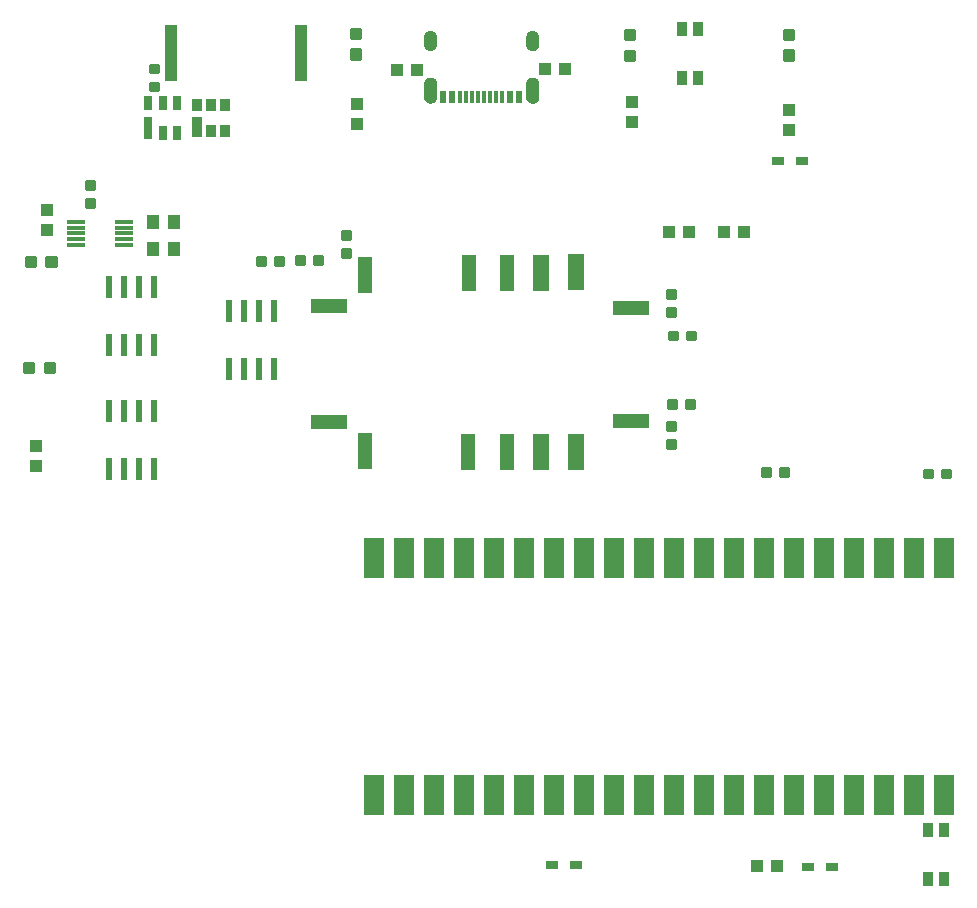
<source format=gtp>
G75*
%MOIN*%
%OFA0B0*%
%FSLAX25Y25*%
%IPPOS*%
%LPD*%
%AMOC8*
5,1,8,0,0,1.08239X$1,22.5*
%
%ADD10R,0.03937X0.04331*%
%ADD11R,0.06693X0.13780*%
%ADD12R,0.03543X0.04921*%
%ADD13R,0.05000X0.12000*%
%ADD14R,0.12000X0.05000*%
%ADD15R,0.05500X0.12000*%
%ADD16R,0.05600X0.12000*%
%ADD17C,0.00875*%
%ADD18R,0.01181X0.03937*%
%ADD19R,0.02362X0.03937*%
%ADD20C,0.00039*%
%ADD21R,0.02200X0.07800*%
%ADD22R,0.03937X0.03150*%
%ADD23C,0.01181*%
%ADD24R,0.02700X0.07700*%
%ADD25R,0.02700X0.04600*%
%ADD26R,0.03937X0.12992*%
%ADD27R,0.03189X0.06693*%
%ADD28R,0.03189X0.04134*%
%ADD29R,0.06000X0.01300*%
%ADD30R,0.04134X0.05118*%
D10*
X0049035Y0196881D03*
X0049035Y0203574D03*
X0052835Y0275581D03*
X0052835Y0282274D03*
X0156135Y0310881D03*
X0156135Y0317574D03*
X0169488Y0328928D03*
X0176181Y0328928D03*
X0218788Y0329128D03*
X0225481Y0329128D03*
X0247635Y0318174D03*
X0247635Y0311481D03*
X0260088Y0274828D03*
X0266781Y0274828D03*
X0278288Y0274828D03*
X0284981Y0274828D03*
X0300135Y0308781D03*
X0300135Y0315474D03*
X0296181Y0063628D03*
X0289488Y0063628D03*
D11*
X0161835Y0087358D03*
X0171835Y0087358D03*
X0181835Y0087358D03*
X0191835Y0087358D03*
X0201835Y0087358D03*
X0211835Y0087358D03*
X0221835Y0087358D03*
X0231835Y0087358D03*
X0241835Y0087358D03*
X0251835Y0087358D03*
X0261835Y0087358D03*
X0271835Y0087358D03*
X0281835Y0087358D03*
X0291835Y0087358D03*
X0301835Y0087358D03*
X0311835Y0087358D03*
X0321835Y0087358D03*
X0331835Y0087358D03*
X0341835Y0087358D03*
X0351835Y0087358D03*
X0351835Y0166098D03*
X0341835Y0166098D03*
X0331835Y0166098D03*
X0321835Y0166098D03*
X0311835Y0166098D03*
X0301835Y0166098D03*
X0291835Y0166098D03*
X0281835Y0166098D03*
X0271835Y0166098D03*
X0261835Y0166098D03*
X0251835Y0166098D03*
X0241835Y0166098D03*
X0231835Y0166098D03*
X0221835Y0166098D03*
X0211835Y0166098D03*
X0201835Y0166098D03*
X0191835Y0166098D03*
X0181835Y0166098D03*
X0171835Y0166098D03*
X0161835Y0166098D03*
D12*
X0264482Y0326155D03*
X0269797Y0326155D03*
X0269797Y0342494D03*
X0264443Y0342494D03*
X0346243Y0075594D03*
X0351597Y0075594D03*
X0351597Y0059255D03*
X0346282Y0059255D03*
D13*
X0206009Y0201432D03*
X0193189Y0201432D03*
X0158669Y0201932D03*
X0158788Y0260736D03*
X0193504Y0261169D03*
X0206004Y0261279D03*
D14*
X0247287Y0249432D03*
X0247268Y0211932D03*
X0146748Y0211736D03*
X0146768Y0250236D03*
D15*
X0217504Y0261389D03*
X0217528Y0201432D03*
X0229048Y0201432D03*
D16*
X0229004Y0261499D03*
D17*
X0259422Y0255441D02*
X0259422Y0252815D01*
X0259422Y0255441D02*
X0262048Y0255441D01*
X0262048Y0252815D01*
X0259422Y0252815D01*
X0259422Y0253689D02*
X0262048Y0253689D01*
X0262048Y0254563D02*
X0259422Y0254563D01*
X0259422Y0255437D02*
X0262048Y0255437D01*
X0259422Y0249441D02*
X0259422Y0246815D01*
X0259422Y0249441D02*
X0262048Y0249441D01*
X0262048Y0246815D01*
X0259422Y0246815D01*
X0259422Y0247689D02*
X0262048Y0247689D01*
X0262048Y0248563D02*
X0259422Y0248563D01*
X0259422Y0249437D02*
X0262048Y0249437D01*
X0262748Y0239115D02*
X0260122Y0239115D01*
X0260122Y0241741D01*
X0262748Y0241741D01*
X0262748Y0239115D01*
X0262748Y0239989D02*
X0260122Y0239989D01*
X0260122Y0240863D02*
X0262748Y0240863D01*
X0262748Y0241737D02*
X0260122Y0241737D01*
X0266122Y0239115D02*
X0268748Y0239115D01*
X0266122Y0239115D02*
X0266122Y0241741D01*
X0268748Y0241741D01*
X0268748Y0239115D01*
X0268748Y0239989D02*
X0266122Y0239989D01*
X0266122Y0240863D02*
X0268748Y0240863D01*
X0268748Y0241737D02*
X0266122Y0241737D01*
X0265622Y0218941D02*
X0268248Y0218941D01*
X0268248Y0216315D01*
X0265622Y0216315D01*
X0265622Y0218941D01*
X0265622Y0217189D02*
X0268248Y0217189D01*
X0268248Y0218063D02*
X0265622Y0218063D01*
X0265622Y0218937D02*
X0268248Y0218937D01*
X0262248Y0218941D02*
X0259622Y0218941D01*
X0262248Y0218941D02*
X0262248Y0216315D01*
X0259622Y0216315D01*
X0259622Y0218941D01*
X0259622Y0217189D02*
X0262248Y0217189D01*
X0262248Y0218063D02*
X0259622Y0218063D01*
X0259622Y0218937D02*
X0262248Y0218937D01*
X0259422Y0211541D02*
X0259422Y0208915D01*
X0259422Y0211541D02*
X0262048Y0211541D01*
X0262048Y0208915D01*
X0259422Y0208915D01*
X0259422Y0209789D02*
X0262048Y0209789D01*
X0262048Y0210663D02*
X0259422Y0210663D01*
X0259422Y0211537D02*
X0262048Y0211537D01*
X0259422Y0205541D02*
X0259422Y0202915D01*
X0259422Y0205541D02*
X0262048Y0205541D01*
X0262048Y0202915D01*
X0259422Y0202915D01*
X0259422Y0203789D02*
X0262048Y0203789D01*
X0262048Y0204663D02*
X0259422Y0204663D01*
X0259422Y0205537D02*
X0262048Y0205537D01*
X0291122Y0193515D02*
X0293748Y0193515D01*
X0291122Y0193515D02*
X0291122Y0196141D01*
X0293748Y0196141D01*
X0293748Y0193515D01*
X0293748Y0194389D02*
X0291122Y0194389D01*
X0291122Y0195263D02*
X0293748Y0195263D01*
X0293748Y0196137D02*
X0291122Y0196137D01*
X0297122Y0193515D02*
X0299748Y0193515D01*
X0297122Y0193515D02*
X0297122Y0196141D01*
X0299748Y0196141D01*
X0299748Y0193515D01*
X0299748Y0194389D02*
X0297122Y0194389D01*
X0297122Y0195263D02*
X0299748Y0195263D01*
X0299748Y0196137D02*
X0297122Y0196137D01*
X0345122Y0193115D02*
X0347748Y0193115D01*
X0345122Y0193115D02*
X0345122Y0195741D01*
X0347748Y0195741D01*
X0347748Y0193115D01*
X0347748Y0193989D02*
X0345122Y0193989D01*
X0345122Y0194863D02*
X0347748Y0194863D01*
X0347748Y0195737D02*
X0345122Y0195737D01*
X0351122Y0193115D02*
X0353748Y0193115D01*
X0351122Y0193115D02*
X0351122Y0195741D01*
X0353748Y0195741D01*
X0353748Y0193115D01*
X0353748Y0193989D02*
X0351122Y0193989D01*
X0351122Y0194863D02*
X0353748Y0194863D01*
X0353748Y0195737D02*
X0351122Y0195737D01*
X0151022Y0266715D02*
X0151022Y0269341D01*
X0153648Y0269341D01*
X0153648Y0266715D01*
X0151022Y0266715D01*
X0151022Y0267589D02*
X0153648Y0267589D01*
X0153648Y0268463D02*
X0151022Y0268463D01*
X0151022Y0269337D02*
X0153648Y0269337D01*
X0151022Y0272715D02*
X0151022Y0275341D01*
X0153648Y0275341D01*
X0153648Y0272715D01*
X0151022Y0272715D01*
X0151022Y0273589D02*
X0153648Y0273589D01*
X0153648Y0274463D02*
X0151022Y0274463D01*
X0151022Y0275337D02*
X0153648Y0275337D01*
X0144448Y0266841D02*
X0141822Y0266841D01*
X0144448Y0266841D02*
X0144448Y0264215D01*
X0141822Y0264215D01*
X0141822Y0266841D01*
X0141822Y0265089D02*
X0144448Y0265089D01*
X0144448Y0265963D02*
X0141822Y0265963D01*
X0141822Y0266837D02*
X0144448Y0266837D01*
X0138448Y0266841D02*
X0135822Y0266841D01*
X0138448Y0266841D02*
X0138448Y0264215D01*
X0135822Y0264215D01*
X0135822Y0266841D01*
X0135822Y0265089D02*
X0138448Y0265089D01*
X0138448Y0265963D02*
X0135822Y0265963D01*
X0135822Y0266837D02*
X0138448Y0266837D01*
X0131348Y0263915D02*
X0128722Y0263915D01*
X0128722Y0266541D01*
X0131348Y0266541D01*
X0131348Y0263915D01*
X0131348Y0264789D02*
X0128722Y0264789D01*
X0128722Y0265663D02*
X0131348Y0265663D01*
X0131348Y0266537D02*
X0128722Y0266537D01*
X0125348Y0263915D02*
X0122722Y0263915D01*
X0122722Y0266541D01*
X0125348Y0266541D01*
X0125348Y0263915D01*
X0125348Y0264789D02*
X0122722Y0264789D01*
X0122722Y0265663D02*
X0125348Y0265663D01*
X0125348Y0266537D02*
X0122722Y0266537D01*
X0065622Y0283315D02*
X0065622Y0285941D01*
X0068248Y0285941D01*
X0068248Y0283315D01*
X0065622Y0283315D01*
X0065622Y0284189D02*
X0068248Y0284189D01*
X0068248Y0285063D02*
X0065622Y0285063D01*
X0065622Y0285937D02*
X0068248Y0285937D01*
X0065622Y0289315D02*
X0065622Y0291941D01*
X0068248Y0291941D01*
X0068248Y0289315D01*
X0065622Y0289315D01*
X0065622Y0290189D02*
X0068248Y0290189D01*
X0068248Y0291063D02*
X0065622Y0291063D01*
X0065622Y0291937D02*
X0068248Y0291937D01*
X0087022Y0322115D02*
X0087022Y0324741D01*
X0089648Y0324741D01*
X0089648Y0322115D01*
X0087022Y0322115D01*
X0087022Y0322989D02*
X0089648Y0322989D01*
X0089648Y0323863D02*
X0087022Y0323863D01*
X0087022Y0324737D02*
X0089648Y0324737D01*
X0087022Y0328115D02*
X0087022Y0330741D01*
X0089648Y0330741D01*
X0089648Y0328115D01*
X0087022Y0328115D01*
X0087022Y0328989D02*
X0089648Y0328989D01*
X0089648Y0329863D02*
X0087022Y0329863D01*
X0087022Y0330737D02*
X0089648Y0330737D01*
D18*
X0190545Y0319966D03*
X0192513Y0319966D03*
X0194482Y0319966D03*
X0196450Y0319966D03*
X0198419Y0319966D03*
X0200387Y0319966D03*
X0202356Y0319966D03*
X0204325Y0319966D03*
D19*
X0207080Y0319966D03*
X0210132Y0319966D03*
X0187789Y0319966D03*
X0184738Y0319966D03*
D20*
X0182395Y0320084D02*
X0182395Y0324809D01*
X0182309Y0325181D01*
X0182142Y0325524D01*
X0181903Y0325821D01*
X0181604Y0326058D01*
X0181260Y0326223D01*
X0180887Y0326306D01*
X0180506Y0326305D01*
X0180085Y0326297D01*
X0179677Y0326196D01*
X0179301Y0326007D01*
X0178977Y0325739D01*
X0178720Y0325406D01*
X0178545Y0325024D01*
X0178458Y0324612D01*
X0178458Y0319887D01*
X0178529Y0319456D01*
X0178694Y0319052D01*
X0182137Y0319052D01*
X0182115Y0319014D02*
X0178720Y0319014D01*
X0178694Y0319052D02*
X0178945Y0318694D01*
X0179269Y0318401D01*
X0179650Y0318187D01*
X0180069Y0318064D01*
X0180506Y0318037D01*
X0180942Y0318104D01*
X0181352Y0318266D01*
X0181716Y0318516D01*
X0182015Y0318840D01*
X0182235Y0319222D01*
X0182364Y0319644D01*
X0182395Y0320084D01*
X0182395Y0320075D02*
X0178458Y0320075D01*
X0178458Y0320113D02*
X0182395Y0320113D01*
X0182395Y0320151D02*
X0178458Y0320151D01*
X0178458Y0320189D02*
X0182395Y0320189D01*
X0182395Y0320226D02*
X0178458Y0320226D01*
X0178458Y0320264D02*
X0182395Y0320264D01*
X0182395Y0320302D02*
X0178458Y0320302D01*
X0178458Y0320340D02*
X0182395Y0320340D01*
X0182395Y0320378D02*
X0178458Y0320378D01*
X0178458Y0320416D02*
X0182395Y0320416D01*
X0182395Y0320454D02*
X0178458Y0320454D01*
X0178458Y0320492D02*
X0182395Y0320492D01*
X0182395Y0320529D02*
X0178458Y0320529D01*
X0178458Y0320567D02*
X0182395Y0320567D01*
X0182395Y0320605D02*
X0178458Y0320605D01*
X0178458Y0320643D02*
X0182395Y0320643D01*
X0182395Y0320681D02*
X0178458Y0320681D01*
X0178458Y0320719D02*
X0182395Y0320719D01*
X0182395Y0320757D02*
X0178458Y0320757D01*
X0178458Y0320795D02*
X0182395Y0320795D01*
X0182395Y0320833D02*
X0178458Y0320833D01*
X0178458Y0320870D02*
X0182395Y0320870D01*
X0182395Y0320908D02*
X0178458Y0320908D01*
X0178458Y0320946D02*
X0182395Y0320946D01*
X0182395Y0320984D02*
X0178458Y0320984D01*
X0178458Y0321022D02*
X0182395Y0321022D01*
X0182395Y0321060D02*
X0178458Y0321060D01*
X0178458Y0321098D02*
X0182395Y0321098D01*
X0182395Y0321136D02*
X0178458Y0321136D01*
X0178458Y0321173D02*
X0182395Y0321173D01*
X0182395Y0321211D02*
X0178458Y0321211D01*
X0178458Y0321249D02*
X0182395Y0321249D01*
X0182395Y0321287D02*
X0178458Y0321287D01*
X0178458Y0321325D02*
X0182395Y0321325D01*
X0182395Y0321363D02*
X0178458Y0321363D01*
X0178458Y0321401D02*
X0182395Y0321401D01*
X0182395Y0321439D02*
X0178458Y0321439D01*
X0178458Y0321477D02*
X0182395Y0321477D01*
X0182395Y0321514D02*
X0178458Y0321514D01*
X0178458Y0321552D02*
X0182395Y0321552D01*
X0182395Y0321590D02*
X0178458Y0321590D01*
X0178458Y0321628D02*
X0182395Y0321628D01*
X0182395Y0321666D02*
X0178458Y0321666D01*
X0178458Y0321704D02*
X0182395Y0321704D01*
X0182395Y0321742D02*
X0178458Y0321742D01*
X0178458Y0321780D02*
X0182395Y0321780D01*
X0182395Y0321817D02*
X0178458Y0321817D01*
X0178458Y0321855D02*
X0182395Y0321855D01*
X0182395Y0321893D02*
X0178458Y0321893D01*
X0178458Y0321931D02*
X0182395Y0321931D01*
X0182395Y0321969D02*
X0178458Y0321969D01*
X0178458Y0322007D02*
X0182395Y0322007D01*
X0182395Y0322045D02*
X0178458Y0322045D01*
X0178458Y0322083D02*
X0182395Y0322083D01*
X0182395Y0322121D02*
X0178458Y0322121D01*
X0178458Y0322158D02*
X0182395Y0322158D01*
X0182395Y0322196D02*
X0178458Y0322196D01*
X0178458Y0322234D02*
X0182395Y0322234D01*
X0182395Y0322272D02*
X0178458Y0322272D01*
X0178458Y0322310D02*
X0182395Y0322310D01*
X0182395Y0322348D02*
X0178458Y0322348D01*
X0178458Y0322386D02*
X0182395Y0322386D01*
X0182395Y0322424D02*
X0178458Y0322424D01*
X0178458Y0322461D02*
X0182395Y0322461D01*
X0182395Y0322499D02*
X0178458Y0322499D01*
X0178458Y0322537D02*
X0182395Y0322537D01*
X0182395Y0322575D02*
X0178458Y0322575D01*
X0178458Y0322613D02*
X0182395Y0322613D01*
X0182395Y0322651D02*
X0178458Y0322651D01*
X0178458Y0322689D02*
X0182395Y0322689D01*
X0182395Y0322727D02*
X0178458Y0322727D01*
X0178458Y0322764D02*
X0182395Y0322764D01*
X0182395Y0322802D02*
X0178458Y0322802D01*
X0178458Y0322840D02*
X0182395Y0322840D01*
X0182395Y0322878D02*
X0178458Y0322878D01*
X0178458Y0322916D02*
X0182395Y0322916D01*
X0182395Y0322954D02*
X0178458Y0322954D01*
X0178458Y0322992D02*
X0182395Y0322992D01*
X0182395Y0323030D02*
X0178458Y0323030D01*
X0178458Y0323068D02*
X0182395Y0323068D01*
X0182395Y0323105D02*
X0178458Y0323105D01*
X0178458Y0323143D02*
X0182395Y0323143D01*
X0182395Y0323181D02*
X0178458Y0323181D01*
X0178458Y0323219D02*
X0182395Y0323219D01*
X0182395Y0323257D02*
X0178458Y0323257D01*
X0178458Y0323295D02*
X0182395Y0323295D01*
X0182395Y0323333D02*
X0178458Y0323333D01*
X0178458Y0323371D02*
X0182395Y0323371D01*
X0182395Y0323408D02*
X0178458Y0323408D01*
X0178458Y0323446D02*
X0182395Y0323446D01*
X0182395Y0323484D02*
X0178458Y0323484D01*
X0178458Y0323522D02*
X0182395Y0323522D01*
X0182395Y0323560D02*
X0178458Y0323560D01*
X0178458Y0323598D02*
X0182395Y0323598D01*
X0182395Y0323636D02*
X0178458Y0323636D01*
X0178458Y0323674D02*
X0182395Y0323674D01*
X0182395Y0323712D02*
X0178458Y0323712D01*
X0178458Y0323749D02*
X0182395Y0323749D01*
X0182395Y0323787D02*
X0178458Y0323787D01*
X0178458Y0323825D02*
X0182395Y0323825D01*
X0182395Y0323863D02*
X0178458Y0323863D01*
X0178458Y0323901D02*
X0182395Y0323901D01*
X0182395Y0323939D02*
X0178458Y0323939D01*
X0178458Y0323977D02*
X0182395Y0323977D01*
X0182395Y0324015D02*
X0178458Y0324015D01*
X0178458Y0324052D02*
X0182395Y0324052D01*
X0182395Y0324090D02*
X0178458Y0324090D01*
X0178458Y0324128D02*
X0182395Y0324128D01*
X0182395Y0324166D02*
X0178458Y0324166D01*
X0178458Y0324204D02*
X0182395Y0324204D01*
X0182395Y0324242D02*
X0178458Y0324242D01*
X0178458Y0324280D02*
X0182395Y0324280D01*
X0182395Y0324318D02*
X0178458Y0324318D01*
X0178458Y0324356D02*
X0182395Y0324356D01*
X0182395Y0324393D02*
X0178458Y0324393D01*
X0178458Y0324431D02*
X0182395Y0324431D01*
X0182395Y0324469D02*
X0178458Y0324469D01*
X0178458Y0324507D02*
X0182395Y0324507D01*
X0182395Y0324545D02*
X0178458Y0324545D01*
X0178458Y0324583D02*
X0182395Y0324583D01*
X0182395Y0324621D02*
X0178460Y0324621D01*
X0178468Y0324659D02*
X0182395Y0324659D01*
X0182395Y0324696D02*
X0178476Y0324696D01*
X0178484Y0324734D02*
X0182395Y0324734D01*
X0182395Y0324772D02*
X0178492Y0324772D01*
X0178500Y0324810D02*
X0182395Y0324810D01*
X0182386Y0324848D02*
X0178508Y0324848D01*
X0178516Y0324886D02*
X0182377Y0324886D01*
X0182369Y0324924D02*
X0178524Y0324924D01*
X0178532Y0324962D02*
X0182360Y0324962D01*
X0182351Y0324999D02*
X0178540Y0324999D01*
X0178551Y0325037D02*
X0182342Y0325037D01*
X0182334Y0325075D02*
X0178568Y0325075D01*
X0178586Y0325113D02*
X0182325Y0325113D01*
X0182316Y0325151D02*
X0178603Y0325151D01*
X0178621Y0325189D02*
X0182305Y0325189D01*
X0182287Y0325227D02*
X0178638Y0325227D01*
X0178656Y0325265D02*
X0182268Y0325265D01*
X0182250Y0325303D02*
X0178673Y0325303D01*
X0178690Y0325340D02*
X0182231Y0325340D01*
X0182213Y0325378D02*
X0178708Y0325378D01*
X0178728Y0325416D02*
X0182195Y0325416D01*
X0182176Y0325454D02*
X0178758Y0325454D01*
X0178787Y0325492D02*
X0182158Y0325492D01*
X0182137Y0325530D02*
X0178816Y0325530D01*
X0178845Y0325568D02*
X0182107Y0325568D01*
X0182077Y0325606D02*
X0178874Y0325606D01*
X0178903Y0325643D02*
X0182046Y0325643D01*
X0182016Y0325681D02*
X0178932Y0325681D01*
X0178961Y0325719D02*
X0181985Y0325719D01*
X0181955Y0325757D02*
X0178998Y0325757D01*
X0179044Y0325795D02*
X0181924Y0325795D01*
X0181889Y0325833D02*
X0179090Y0325833D01*
X0179136Y0325871D02*
X0181841Y0325871D01*
X0181793Y0325909D02*
X0179182Y0325909D01*
X0179228Y0325947D02*
X0181745Y0325947D01*
X0181697Y0325984D02*
X0179273Y0325984D01*
X0179331Y0326022D02*
X0181649Y0326022D01*
X0181600Y0326060D02*
X0179406Y0326060D01*
X0179481Y0326098D02*
X0181521Y0326098D01*
X0181441Y0326136D02*
X0179556Y0326136D01*
X0179632Y0326174D02*
X0181362Y0326174D01*
X0181282Y0326212D02*
X0179738Y0326212D01*
X0179892Y0326250D02*
X0181139Y0326250D01*
X0180971Y0326287D02*
X0180045Y0326287D01*
X0178458Y0320037D02*
X0182392Y0320037D01*
X0182389Y0319999D02*
X0178458Y0319999D01*
X0178458Y0319961D02*
X0182386Y0319961D01*
X0182384Y0319923D02*
X0178458Y0319923D01*
X0178459Y0319886D02*
X0182381Y0319886D01*
X0182378Y0319848D02*
X0178465Y0319848D01*
X0178471Y0319810D02*
X0182376Y0319810D01*
X0182373Y0319772D02*
X0178477Y0319772D01*
X0178484Y0319734D02*
X0182370Y0319734D01*
X0182367Y0319696D02*
X0178490Y0319696D01*
X0178496Y0319658D02*
X0182365Y0319658D01*
X0182356Y0319620D02*
X0178502Y0319620D01*
X0178508Y0319582D02*
X0182345Y0319582D01*
X0182333Y0319545D02*
X0178515Y0319545D01*
X0178521Y0319507D02*
X0182321Y0319507D01*
X0182310Y0319469D02*
X0178527Y0319469D01*
X0178539Y0319431D02*
X0182298Y0319431D01*
X0182287Y0319393D02*
X0178555Y0319393D01*
X0178570Y0319355D02*
X0182275Y0319355D01*
X0182264Y0319317D02*
X0178586Y0319317D01*
X0178601Y0319279D02*
X0182252Y0319279D01*
X0182240Y0319242D02*
X0178617Y0319242D01*
X0178632Y0319204D02*
X0182224Y0319204D01*
X0182202Y0319166D02*
X0178648Y0319166D01*
X0178663Y0319128D02*
X0182180Y0319128D01*
X0182159Y0319090D02*
X0178678Y0319090D01*
X0178747Y0318976D02*
X0182093Y0318976D01*
X0182072Y0318938D02*
X0178773Y0318938D01*
X0178800Y0318901D02*
X0182050Y0318901D01*
X0182028Y0318863D02*
X0178827Y0318863D01*
X0178853Y0318825D02*
X0182001Y0318825D01*
X0181966Y0318787D02*
X0178880Y0318787D01*
X0178906Y0318749D02*
X0181931Y0318749D01*
X0181896Y0318711D02*
X0178933Y0318711D01*
X0178968Y0318673D02*
X0181861Y0318673D01*
X0181826Y0318635D02*
X0179010Y0318635D01*
X0179052Y0318598D02*
X0181791Y0318598D01*
X0181756Y0318560D02*
X0179093Y0318560D01*
X0179135Y0318522D02*
X0181721Y0318522D01*
X0181669Y0318484D02*
X0179177Y0318484D01*
X0179219Y0318446D02*
X0181614Y0318446D01*
X0181559Y0318408D02*
X0179261Y0318408D01*
X0179324Y0318370D02*
X0181504Y0318370D01*
X0181448Y0318332D02*
X0179391Y0318332D01*
X0179459Y0318294D02*
X0181393Y0318294D01*
X0181328Y0318257D02*
X0179527Y0318257D01*
X0179594Y0318219D02*
X0181232Y0318219D01*
X0181136Y0318181D02*
X0179673Y0318181D01*
X0179801Y0318143D02*
X0181040Y0318143D01*
X0180944Y0318105D02*
X0179930Y0318105D01*
X0180059Y0318067D02*
X0180702Y0318067D01*
X0180506Y0335557D02*
X0180058Y0335598D01*
X0179631Y0335739D01*
X0179245Y0335970D01*
X0178921Y0336282D01*
X0178674Y0336658D01*
X0178517Y0337079D01*
X0178458Y0337525D01*
X0178458Y0339887D01*
X0182395Y0339887D01*
X0182395Y0339925D02*
X0178461Y0339925D01*
X0178458Y0339887D02*
X0178493Y0340314D01*
X0178622Y0340722D01*
X0178838Y0341091D01*
X0179131Y0341403D01*
X0179486Y0341641D01*
X0179885Y0341795D01*
X0180309Y0341856D01*
X0180742Y0341843D01*
X0181161Y0341733D01*
X0181546Y0341533D01*
X0181876Y0341253D01*
X0182136Y0340906D01*
X0182312Y0340510D01*
X0182395Y0340084D01*
X0182395Y0337722D01*
X0182375Y0337268D01*
X0182254Y0336829D01*
X0182039Y0336428D01*
X0181740Y0336085D01*
X0181372Y0335817D01*
X0180953Y0335638D01*
X0180506Y0335557D01*
X0180569Y0335568D02*
X0180380Y0335568D01*
X0180034Y0335606D02*
X0180778Y0335606D01*
X0180967Y0335644D02*
X0179918Y0335644D01*
X0179803Y0335682D02*
X0181056Y0335682D01*
X0181144Y0335720D02*
X0179687Y0335720D01*
X0179598Y0335758D02*
X0181233Y0335758D01*
X0181321Y0335796D02*
X0179535Y0335796D01*
X0179472Y0335834D02*
X0181394Y0335834D01*
X0181446Y0335871D02*
X0179409Y0335871D01*
X0179346Y0335909D02*
X0181498Y0335909D01*
X0181550Y0335947D02*
X0179284Y0335947D01*
X0179230Y0335985D02*
X0181602Y0335985D01*
X0181654Y0336023D02*
X0179190Y0336023D01*
X0179151Y0336061D02*
X0181706Y0336061D01*
X0181752Y0336099D02*
X0179112Y0336099D01*
X0179072Y0336137D02*
X0181785Y0336137D01*
X0181818Y0336175D02*
X0179033Y0336175D01*
X0178993Y0336212D02*
X0181851Y0336212D01*
X0181884Y0336250D02*
X0178954Y0336250D01*
X0178917Y0336288D02*
X0181917Y0336288D01*
X0181950Y0336326D02*
X0178892Y0336326D01*
X0178867Y0336364D02*
X0181983Y0336364D01*
X0182016Y0336402D02*
X0178842Y0336402D01*
X0178818Y0336440D02*
X0182045Y0336440D01*
X0182066Y0336478D02*
X0178793Y0336478D01*
X0178768Y0336515D02*
X0182086Y0336515D01*
X0182106Y0336553D02*
X0178743Y0336553D01*
X0178718Y0336591D02*
X0182127Y0336591D01*
X0182147Y0336629D02*
X0178693Y0336629D01*
X0178671Y0336667D02*
X0182167Y0336667D01*
X0182188Y0336705D02*
X0178657Y0336705D01*
X0178643Y0336743D02*
X0182208Y0336743D01*
X0182228Y0336781D02*
X0178629Y0336781D01*
X0178615Y0336818D02*
X0182249Y0336818D01*
X0182262Y0336856D02*
X0178600Y0336856D01*
X0178586Y0336894D02*
X0182272Y0336894D01*
X0182283Y0336932D02*
X0178572Y0336932D01*
X0178558Y0336970D02*
X0182293Y0336970D01*
X0182304Y0337008D02*
X0178544Y0337008D01*
X0178530Y0337046D02*
X0182314Y0337046D01*
X0182325Y0337084D02*
X0178517Y0337084D01*
X0178512Y0337122D02*
X0182335Y0337122D01*
X0182345Y0337159D02*
X0178507Y0337159D01*
X0178502Y0337197D02*
X0182356Y0337197D01*
X0182366Y0337235D02*
X0178497Y0337235D01*
X0178492Y0337273D02*
X0182375Y0337273D01*
X0182377Y0337311D02*
X0178487Y0337311D01*
X0178482Y0337349D02*
X0182379Y0337349D01*
X0182380Y0337387D02*
X0178477Y0337387D01*
X0178472Y0337425D02*
X0182382Y0337425D01*
X0182384Y0337462D02*
X0178467Y0337462D01*
X0178462Y0337500D02*
X0182386Y0337500D01*
X0182387Y0337538D02*
X0178458Y0337538D01*
X0178458Y0337576D02*
X0182389Y0337576D01*
X0182391Y0337614D02*
X0178458Y0337614D01*
X0178458Y0337652D02*
X0182392Y0337652D01*
X0182394Y0337690D02*
X0178458Y0337690D01*
X0178458Y0337728D02*
X0182395Y0337728D01*
X0182395Y0337766D02*
X0178458Y0337766D01*
X0178458Y0337803D02*
X0182395Y0337803D01*
X0182395Y0337841D02*
X0178458Y0337841D01*
X0178458Y0337879D02*
X0182395Y0337879D01*
X0182395Y0337917D02*
X0178458Y0337917D01*
X0178458Y0337955D02*
X0182395Y0337955D01*
X0182395Y0337993D02*
X0178458Y0337993D01*
X0178458Y0338031D02*
X0182395Y0338031D01*
X0182395Y0338069D02*
X0178458Y0338069D01*
X0178458Y0338106D02*
X0182395Y0338106D01*
X0182395Y0338144D02*
X0178458Y0338144D01*
X0178458Y0338182D02*
X0182395Y0338182D01*
X0182395Y0338220D02*
X0178458Y0338220D01*
X0178458Y0338258D02*
X0182395Y0338258D01*
X0182395Y0338296D02*
X0178458Y0338296D01*
X0178458Y0338334D02*
X0182395Y0338334D01*
X0182395Y0338372D02*
X0178458Y0338372D01*
X0178458Y0338410D02*
X0182395Y0338410D01*
X0182395Y0338447D02*
X0178458Y0338447D01*
X0178458Y0338485D02*
X0182395Y0338485D01*
X0182395Y0338523D02*
X0178458Y0338523D01*
X0178458Y0338561D02*
X0182395Y0338561D01*
X0182395Y0338599D02*
X0178458Y0338599D01*
X0178458Y0338637D02*
X0182395Y0338637D01*
X0182395Y0338675D02*
X0178458Y0338675D01*
X0178458Y0338713D02*
X0182395Y0338713D01*
X0182395Y0338750D02*
X0178458Y0338750D01*
X0178458Y0338788D02*
X0182395Y0338788D01*
X0182395Y0338826D02*
X0178458Y0338826D01*
X0178458Y0338864D02*
X0182395Y0338864D01*
X0182395Y0338902D02*
X0178458Y0338902D01*
X0178458Y0338940D02*
X0182395Y0338940D01*
X0182395Y0338978D02*
X0178458Y0338978D01*
X0178458Y0339016D02*
X0182395Y0339016D01*
X0182395Y0339053D02*
X0178458Y0339053D01*
X0178458Y0339091D02*
X0182395Y0339091D01*
X0182395Y0339129D02*
X0178458Y0339129D01*
X0178458Y0339167D02*
X0182395Y0339167D01*
X0182395Y0339205D02*
X0178458Y0339205D01*
X0178458Y0339243D02*
X0182395Y0339243D01*
X0182395Y0339281D02*
X0178458Y0339281D01*
X0178458Y0339319D02*
X0182395Y0339319D01*
X0182395Y0339357D02*
X0178458Y0339357D01*
X0178458Y0339394D02*
X0182395Y0339394D01*
X0182395Y0339432D02*
X0178458Y0339432D01*
X0178458Y0339470D02*
X0182395Y0339470D01*
X0182395Y0339508D02*
X0178458Y0339508D01*
X0178458Y0339546D02*
X0182395Y0339546D01*
X0182395Y0339584D02*
X0178458Y0339584D01*
X0178458Y0339622D02*
X0182395Y0339622D01*
X0182395Y0339660D02*
X0178458Y0339660D01*
X0178458Y0339697D02*
X0182395Y0339697D01*
X0182395Y0339735D02*
X0178458Y0339735D01*
X0178458Y0339773D02*
X0182395Y0339773D01*
X0182395Y0339811D02*
X0178458Y0339811D01*
X0178458Y0339849D02*
X0182395Y0339849D01*
X0182395Y0339963D02*
X0178464Y0339963D01*
X0178468Y0340001D02*
X0182395Y0340001D01*
X0182395Y0340038D02*
X0178471Y0340038D01*
X0178474Y0340076D02*
X0182395Y0340076D01*
X0182390Y0340114D02*
X0178477Y0340114D01*
X0178480Y0340152D02*
X0182382Y0340152D01*
X0182375Y0340190D02*
X0178483Y0340190D01*
X0178486Y0340228D02*
X0182367Y0340228D01*
X0182360Y0340266D02*
X0178489Y0340266D01*
X0178492Y0340304D02*
X0182352Y0340304D01*
X0182345Y0340341D02*
X0178502Y0340341D01*
X0178514Y0340379D02*
X0182338Y0340379D01*
X0182330Y0340417D02*
X0178526Y0340417D01*
X0178538Y0340455D02*
X0182323Y0340455D01*
X0182315Y0340493D02*
X0178550Y0340493D01*
X0178562Y0340531D02*
X0182303Y0340531D01*
X0182286Y0340569D02*
X0178574Y0340569D01*
X0178585Y0340607D02*
X0182269Y0340607D01*
X0182252Y0340645D02*
X0178597Y0340645D01*
X0178609Y0340682D02*
X0182235Y0340682D01*
X0182218Y0340720D02*
X0178621Y0340720D01*
X0178643Y0340758D02*
X0182202Y0340758D01*
X0182185Y0340796D02*
X0178665Y0340796D01*
X0178688Y0340834D02*
X0182168Y0340834D01*
X0182151Y0340872D02*
X0178710Y0340872D01*
X0178732Y0340910D02*
X0182133Y0340910D01*
X0182105Y0340948D02*
X0178754Y0340948D01*
X0178776Y0340985D02*
X0182076Y0340985D01*
X0182048Y0341023D02*
X0178799Y0341023D01*
X0178821Y0341061D02*
X0182020Y0341061D01*
X0181991Y0341099D02*
X0178846Y0341099D01*
X0178881Y0341137D02*
X0181963Y0341137D01*
X0181935Y0341175D02*
X0178917Y0341175D01*
X0178953Y0341213D02*
X0181906Y0341213D01*
X0181878Y0341251D02*
X0178988Y0341251D01*
X0179024Y0341288D02*
X0181834Y0341288D01*
X0181790Y0341326D02*
X0179059Y0341326D01*
X0179095Y0341364D02*
X0181745Y0341364D01*
X0181700Y0341402D02*
X0179131Y0341402D01*
X0179187Y0341440D02*
X0181656Y0341440D01*
X0181611Y0341478D02*
X0179243Y0341478D01*
X0179299Y0341516D02*
X0181567Y0341516D01*
X0181507Y0341554D02*
X0179356Y0341554D01*
X0179412Y0341592D02*
X0181434Y0341592D01*
X0181361Y0341629D02*
X0179469Y0341629D01*
X0179554Y0341667D02*
X0181288Y0341667D01*
X0181215Y0341705D02*
X0179652Y0341705D01*
X0179751Y0341743D02*
X0181124Y0341743D01*
X0180979Y0341781D02*
X0179849Y0341781D01*
X0180051Y0341819D02*
X0180833Y0341819D01*
X0212474Y0339887D02*
X0212474Y0337525D01*
X0212514Y0337095D01*
X0212648Y0336684D01*
X0212870Y0336314D01*
X0213170Y0336002D01*
X0213531Y0335765D01*
X0213936Y0335614D01*
X0214364Y0335557D01*
X0214812Y0335598D01*
X0215239Y0335739D01*
X0215624Y0335970D01*
X0215949Y0336282D01*
X0216195Y0336658D01*
X0216352Y0337079D01*
X0216411Y0337525D01*
X0216411Y0339887D01*
X0212474Y0339887D01*
X0212514Y0340318D01*
X0212648Y0340728D01*
X0212870Y0341099D01*
X0213170Y0341411D01*
X0213531Y0341648D01*
X0213936Y0341799D01*
X0214364Y0341856D01*
X0214812Y0341814D01*
X0215239Y0341674D01*
X0215624Y0341442D01*
X0215949Y0341131D01*
X0216195Y0340755D01*
X0216352Y0340333D01*
X0216411Y0339887D01*
X0216411Y0339849D02*
X0212474Y0339849D01*
X0212474Y0339811D02*
X0216411Y0339811D01*
X0216411Y0339773D02*
X0212474Y0339773D01*
X0212474Y0339735D02*
X0216411Y0339735D01*
X0216411Y0339697D02*
X0212474Y0339697D01*
X0212474Y0339660D02*
X0216411Y0339660D01*
X0216411Y0339622D02*
X0212474Y0339622D01*
X0212474Y0339584D02*
X0216411Y0339584D01*
X0216411Y0339546D02*
X0212474Y0339546D01*
X0212474Y0339508D02*
X0216411Y0339508D01*
X0216411Y0339470D02*
X0212474Y0339470D01*
X0212474Y0339432D02*
X0216411Y0339432D01*
X0216411Y0339394D02*
X0212474Y0339394D01*
X0212474Y0339357D02*
X0216411Y0339357D01*
X0216411Y0339319D02*
X0212474Y0339319D01*
X0212474Y0339281D02*
X0216411Y0339281D01*
X0216411Y0339243D02*
X0212474Y0339243D01*
X0212474Y0339205D02*
X0216411Y0339205D01*
X0216411Y0339167D02*
X0212474Y0339167D01*
X0212474Y0339129D02*
X0216411Y0339129D01*
X0216411Y0339091D02*
X0212474Y0339091D01*
X0212474Y0339053D02*
X0216411Y0339053D01*
X0216411Y0339016D02*
X0212474Y0339016D01*
X0212474Y0338978D02*
X0216411Y0338978D01*
X0216411Y0338940D02*
X0212474Y0338940D01*
X0212474Y0338902D02*
X0216411Y0338902D01*
X0216411Y0338864D02*
X0212474Y0338864D01*
X0212474Y0338826D02*
X0216411Y0338826D01*
X0216411Y0338788D02*
X0212474Y0338788D01*
X0212474Y0338750D02*
X0216411Y0338750D01*
X0216411Y0338713D02*
X0212474Y0338713D01*
X0212474Y0338675D02*
X0216411Y0338675D01*
X0216411Y0338637D02*
X0212474Y0338637D01*
X0212474Y0338599D02*
X0216411Y0338599D01*
X0216411Y0338561D02*
X0212474Y0338561D01*
X0212474Y0338523D02*
X0216411Y0338523D01*
X0216411Y0338485D02*
X0212474Y0338485D01*
X0212474Y0338447D02*
X0216411Y0338447D01*
X0216411Y0338410D02*
X0212474Y0338410D01*
X0212474Y0338372D02*
X0216411Y0338372D01*
X0216411Y0338334D02*
X0212474Y0338334D01*
X0212474Y0338296D02*
X0216411Y0338296D01*
X0216411Y0338258D02*
X0212474Y0338258D01*
X0212474Y0338220D02*
X0216411Y0338220D01*
X0216411Y0338182D02*
X0212474Y0338182D01*
X0212474Y0338144D02*
X0216411Y0338144D01*
X0216411Y0338106D02*
X0212474Y0338106D01*
X0212474Y0338069D02*
X0216411Y0338069D01*
X0216411Y0338031D02*
X0212474Y0338031D01*
X0212474Y0337993D02*
X0216411Y0337993D01*
X0216411Y0337955D02*
X0212474Y0337955D01*
X0212474Y0337917D02*
X0216411Y0337917D01*
X0216411Y0337879D02*
X0212474Y0337879D01*
X0212474Y0337841D02*
X0216411Y0337841D01*
X0216411Y0337803D02*
X0212474Y0337803D01*
X0212474Y0337766D02*
X0216411Y0337766D01*
X0216411Y0337728D02*
X0212474Y0337728D01*
X0212474Y0337690D02*
X0216411Y0337690D01*
X0216411Y0337652D02*
X0212474Y0337652D01*
X0212474Y0337614D02*
X0216411Y0337614D01*
X0216411Y0337576D02*
X0212474Y0337576D01*
X0212474Y0337538D02*
X0216411Y0337538D01*
X0216408Y0337500D02*
X0212476Y0337500D01*
X0212480Y0337462D02*
X0216403Y0337462D01*
X0216398Y0337425D02*
X0212483Y0337425D01*
X0212487Y0337387D02*
X0216393Y0337387D01*
X0216388Y0337349D02*
X0212490Y0337349D01*
X0212494Y0337311D02*
X0216383Y0337311D01*
X0216378Y0337273D02*
X0212497Y0337273D01*
X0212501Y0337235D02*
X0216373Y0337235D01*
X0216368Y0337197D02*
X0212504Y0337197D01*
X0212508Y0337159D02*
X0216363Y0337159D01*
X0216358Y0337122D02*
X0212511Y0337122D01*
X0212517Y0337084D02*
X0216353Y0337084D01*
X0216339Y0337046D02*
X0212530Y0337046D01*
X0212542Y0337008D02*
X0216325Y0337008D01*
X0216311Y0336970D02*
X0212555Y0336970D01*
X0212567Y0336932D02*
X0216297Y0336932D01*
X0216283Y0336894D02*
X0212579Y0336894D01*
X0212592Y0336856D02*
X0216269Y0336856D01*
X0216255Y0336818D02*
X0212604Y0336818D01*
X0212617Y0336781D02*
X0216241Y0336781D01*
X0216227Y0336743D02*
X0212629Y0336743D01*
X0212641Y0336705D02*
X0216213Y0336705D01*
X0216199Y0336667D02*
X0212659Y0336667D01*
X0212681Y0336629D02*
X0216176Y0336629D01*
X0216151Y0336591D02*
X0212704Y0336591D01*
X0212727Y0336553D02*
X0216127Y0336553D01*
X0216102Y0336515D02*
X0212749Y0336515D01*
X0212772Y0336478D02*
X0216077Y0336478D01*
X0216052Y0336440D02*
X0212795Y0336440D01*
X0212818Y0336402D02*
X0216027Y0336402D01*
X0216002Y0336364D02*
X0212840Y0336364D01*
X0212863Y0336326D02*
X0215977Y0336326D01*
X0215953Y0336288D02*
X0212895Y0336288D01*
X0212932Y0336250D02*
X0215916Y0336250D01*
X0215876Y0336212D02*
X0212968Y0336212D01*
X0213004Y0336175D02*
X0215837Y0336175D01*
X0215797Y0336137D02*
X0213041Y0336137D01*
X0213077Y0336099D02*
X0215758Y0336099D01*
X0215719Y0336061D02*
X0213113Y0336061D01*
X0213150Y0336023D02*
X0215679Y0336023D01*
X0215640Y0335985D02*
X0213196Y0335985D01*
X0213253Y0335947D02*
X0215586Y0335947D01*
X0215523Y0335909D02*
X0213311Y0335909D01*
X0213369Y0335871D02*
X0215460Y0335871D01*
X0215397Y0335834D02*
X0213426Y0335834D01*
X0213484Y0335796D02*
X0215334Y0335796D01*
X0215271Y0335758D02*
X0213550Y0335758D01*
X0213651Y0335720D02*
X0215182Y0335720D01*
X0215067Y0335682D02*
X0213753Y0335682D01*
X0213854Y0335644D02*
X0214951Y0335644D01*
X0214836Y0335606D02*
X0213993Y0335606D01*
X0214277Y0335568D02*
X0214489Y0335568D01*
X0216406Y0339925D02*
X0212478Y0339925D01*
X0212481Y0339963D02*
X0216401Y0339963D01*
X0216396Y0340001D02*
X0212485Y0340001D01*
X0212488Y0340038D02*
X0216391Y0340038D01*
X0216386Y0340076D02*
X0212491Y0340076D01*
X0212495Y0340114D02*
X0216381Y0340114D01*
X0216376Y0340152D02*
X0212498Y0340152D01*
X0212502Y0340190D02*
X0216371Y0340190D01*
X0216366Y0340228D02*
X0212505Y0340228D01*
X0212509Y0340266D02*
X0216361Y0340266D01*
X0216356Y0340304D02*
X0212512Y0340304D01*
X0212521Y0340341D02*
X0216349Y0340341D01*
X0216335Y0340379D02*
X0212534Y0340379D01*
X0212546Y0340417D02*
X0216321Y0340417D01*
X0216307Y0340455D02*
X0212559Y0340455D01*
X0212571Y0340493D02*
X0216293Y0340493D01*
X0216279Y0340531D02*
X0212583Y0340531D01*
X0212596Y0340569D02*
X0216264Y0340569D01*
X0216250Y0340607D02*
X0212608Y0340607D01*
X0212621Y0340645D02*
X0216236Y0340645D01*
X0216222Y0340682D02*
X0212633Y0340682D01*
X0212645Y0340720D02*
X0216208Y0340720D01*
X0216193Y0340758D02*
X0212666Y0340758D01*
X0212689Y0340796D02*
X0216168Y0340796D01*
X0216143Y0340834D02*
X0212711Y0340834D01*
X0212734Y0340872D02*
X0216118Y0340872D01*
X0216094Y0340910D02*
X0212757Y0340910D01*
X0212780Y0340948D02*
X0216069Y0340948D01*
X0216044Y0340985D02*
X0212802Y0340985D01*
X0212825Y0341023D02*
X0216019Y0341023D01*
X0215994Y0341061D02*
X0212848Y0341061D01*
X0212871Y0341099D02*
X0215969Y0341099D01*
X0215942Y0341137D02*
X0212907Y0341137D01*
X0212943Y0341175D02*
X0215903Y0341175D01*
X0215863Y0341213D02*
X0212980Y0341213D01*
X0213016Y0341251D02*
X0215824Y0341251D01*
X0215784Y0341288D02*
X0213052Y0341288D01*
X0213089Y0341326D02*
X0215745Y0341326D01*
X0215706Y0341364D02*
X0213125Y0341364D01*
X0213162Y0341402D02*
X0215666Y0341402D01*
X0215627Y0341440D02*
X0213214Y0341440D01*
X0213272Y0341478D02*
X0215565Y0341478D01*
X0215502Y0341516D02*
X0213330Y0341516D01*
X0213387Y0341554D02*
X0215439Y0341554D01*
X0215376Y0341592D02*
X0213445Y0341592D01*
X0213503Y0341629D02*
X0215313Y0341629D01*
X0215250Y0341667D02*
X0213583Y0341667D01*
X0213684Y0341705D02*
X0215145Y0341705D01*
X0215029Y0341743D02*
X0213786Y0341743D01*
X0213888Y0341781D02*
X0214914Y0341781D01*
X0214764Y0341819D02*
X0214085Y0341819D01*
X0214135Y0326301D02*
X0213721Y0326203D01*
X0213340Y0326015D01*
X0213009Y0325747D01*
X0212747Y0325412D01*
X0212565Y0325027D01*
X0212474Y0324612D01*
X0212474Y0319887D01*
X0212550Y0319452D01*
X0212720Y0319045D01*
X0212977Y0318686D01*
X0213308Y0318393D01*
X0213695Y0318181D01*
X0215251Y0318181D01*
X0215359Y0318219D02*
X0213626Y0318219D01*
X0213695Y0318181D02*
X0214120Y0318060D01*
X0214561Y0318037D01*
X0214972Y0318083D01*
X0215364Y0318220D01*
X0215714Y0318441D01*
X0216007Y0318734D01*
X0216228Y0319085D01*
X0216365Y0319476D01*
X0216411Y0319887D01*
X0216411Y0324612D01*
X0216349Y0325004D01*
X0216202Y0325373D01*
X0215976Y0325699D01*
X0215683Y0325967D01*
X0215337Y0326164D01*
X0214957Y0326278D01*
X0214561Y0326305D01*
X0214135Y0326301D01*
X0214077Y0326287D02*
X0214816Y0326287D01*
X0215051Y0326250D02*
X0213917Y0326250D01*
X0213758Y0326212D02*
X0215177Y0326212D01*
X0215303Y0326174D02*
X0213662Y0326174D01*
X0213585Y0326136D02*
X0215386Y0326136D01*
X0215452Y0326098D02*
X0213508Y0326098D01*
X0213431Y0326060D02*
X0215519Y0326060D01*
X0215586Y0326022D02*
X0213354Y0326022D01*
X0213302Y0325984D02*
X0215653Y0325984D01*
X0215705Y0325947D02*
X0213255Y0325947D01*
X0213208Y0325909D02*
X0215747Y0325909D01*
X0215788Y0325871D02*
X0213161Y0325871D01*
X0213115Y0325833D02*
X0215830Y0325833D01*
X0215871Y0325795D02*
X0213068Y0325795D01*
X0213021Y0325757D02*
X0215912Y0325757D01*
X0215954Y0325719D02*
X0212987Y0325719D01*
X0212958Y0325681D02*
X0215988Y0325681D01*
X0216014Y0325643D02*
X0212928Y0325643D01*
X0212898Y0325606D02*
X0216040Y0325606D01*
X0216067Y0325568D02*
X0212868Y0325568D01*
X0212839Y0325530D02*
X0216093Y0325530D01*
X0216119Y0325492D02*
X0212809Y0325492D01*
X0212779Y0325454D02*
X0216145Y0325454D01*
X0216171Y0325416D02*
X0212750Y0325416D01*
X0212731Y0325378D02*
X0216198Y0325378D01*
X0216214Y0325340D02*
X0212713Y0325340D01*
X0212695Y0325303D02*
X0216230Y0325303D01*
X0216245Y0325265D02*
X0212677Y0325265D01*
X0212659Y0325227D02*
X0216260Y0325227D01*
X0216275Y0325189D02*
X0212641Y0325189D01*
X0212624Y0325151D02*
X0216290Y0325151D01*
X0216306Y0325113D02*
X0212606Y0325113D01*
X0212588Y0325075D02*
X0216321Y0325075D01*
X0216336Y0325037D02*
X0212570Y0325037D01*
X0212559Y0324999D02*
X0216350Y0324999D01*
X0216356Y0324962D02*
X0212551Y0324962D01*
X0212543Y0324924D02*
X0216362Y0324924D01*
X0216368Y0324886D02*
X0212534Y0324886D01*
X0212526Y0324848D02*
X0216374Y0324848D01*
X0216380Y0324810D02*
X0212518Y0324810D01*
X0212509Y0324772D02*
X0216386Y0324772D01*
X0216392Y0324734D02*
X0212501Y0324734D01*
X0212493Y0324696D02*
X0216398Y0324696D01*
X0216404Y0324659D02*
X0212484Y0324659D01*
X0212476Y0324621D02*
X0216410Y0324621D01*
X0216411Y0324583D02*
X0212474Y0324583D01*
X0212474Y0324545D02*
X0216411Y0324545D01*
X0216411Y0324507D02*
X0212474Y0324507D01*
X0212474Y0324469D02*
X0216411Y0324469D01*
X0216411Y0324431D02*
X0212474Y0324431D01*
X0212474Y0324393D02*
X0216411Y0324393D01*
X0216411Y0324356D02*
X0212474Y0324356D01*
X0212474Y0324318D02*
X0216411Y0324318D01*
X0216411Y0324280D02*
X0212474Y0324280D01*
X0212474Y0324242D02*
X0216411Y0324242D01*
X0216411Y0324204D02*
X0212474Y0324204D01*
X0212474Y0324166D02*
X0216411Y0324166D01*
X0216411Y0324128D02*
X0212474Y0324128D01*
X0212474Y0324090D02*
X0216411Y0324090D01*
X0216411Y0324052D02*
X0212474Y0324052D01*
X0212474Y0324015D02*
X0216411Y0324015D01*
X0216411Y0323977D02*
X0212474Y0323977D01*
X0212474Y0323939D02*
X0216411Y0323939D01*
X0216411Y0323901D02*
X0212474Y0323901D01*
X0212474Y0323863D02*
X0216411Y0323863D01*
X0216411Y0323825D02*
X0212474Y0323825D01*
X0212474Y0323787D02*
X0216411Y0323787D01*
X0216411Y0323749D02*
X0212474Y0323749D01*
X0212474Y0323712D02*
X0216411Y0323712D01*
X0216411Y0323674D02*
X0212474Y0323674D01*
X0212474Y0323636D02*
X0216411Y0323636D01*
X0216411Y0323598D02*
X0212474Y0323598D01*
X0212474Y0323560D02*
X0216411Y0323560D01*
X0216411Y0323522D02*
X0212474Y0323522D01*
X0212474Y0323484D02*
X0216411Y0323484D01*
X0216411Y0323446D02*
X0212474Y0323446D01*
X0212474Y0323408D02*
X0216411Y0323408D01*
X0216411Y0323371D02*
X0212474Y0323371D01*
X0212474Y0323333D02*
X0216411Y0323333D01*
X0216411Y0323295D02*
X0212474Y0323295D01*
X0212474Y0323257D02*
X0216411Y0323257D01*
X0216411Y0323219D02*
X0212474Y0323219D01*
X0212474Y0323181D02*
X0216411Y0323181D01*
X0216411Y0323143D02*
X0212474Y0323143D01*
X0212474Y0323105D02*
X0216411Y0323105D01*
X0216411Y0323068D02*
X0212474Y0323068D01*
X0212474Y0323030D02*
X0216411Y0323030D01*
X0216411Y0322992D02*
X0212474Y0322992D01*
X0212474Y0322954D02*
X0216411Y0322954D01*
X0216411Y0322916D02*
X0212474Y0322916D01*
X0212474Y0322878D02*
X0216411Y0322878D01*
X0216411Y0322840D02*
X0212474Y0322840D01*
X0212474Y0322802D02*
X0216411Y0322802D01*
X0216411Y0322764D02*
X0212474Y0322764D01*
X0212474Y0322727D02*
X0216411Y0322727D01*
X0216411Y0322689D02*
X0212474Y0322689D01*
X0212474Y0322651D02*
X0216411Y0322651D01*
X0216411Y0322613D02*
X0212474Y0322613D01*
X0212474Y0322575D02*
X0216411Y0322575D01*
X0216411Y0322537D02*
X0212474Y0322537D01*
X0212474Y0322499D02*
X0216411Y0322499D01*
X0216411Y0322461D02*
X0212474Y0322461D01*
X0212474Y0322424D02*
X0216411Y0322424D01*
X0216411Y0322386D02*
X0212474Y0322386D01*
X0212474Y0322348D02*
X0216411Y0322348D01*
X0216411Y0322310D02*
X0212474Y0322310D01*
X0212474Y0322272D02*
X0216411Y0322272D01*
X0216411Y0322234D02*
X0212474Y0322234D01*
X0212474Y0322196D02*
X0216411Y0322196D01*
X0216411Y0322158D02*
X0212474Y0322158D01*
X0212474Y0322121D02*
X0216411Y0322121D01*
X0216411Y0322083D02*
X0212474Y0322083D01*
X0212474Y0322045D02*
X0216411Y0322045D01*
X0216411Y0322007D02*
X0212474Y0322007D01*
X0212474Y0321969D02*
X0216411Y0321969D01*
X0216411Y0321931D02*
X0212474Y0321931D01*
X0212474Y0321893D02*
X0216411Y0321893D01*
X0216411Y0321855D02*
X0212474Y0321855D01*
X0212474Y0321817D02*
X0216411Y0321817D01*
X0216411Y0321780D02*
X0212474Y0321780D01*
X0212474Y0321742D02*
X0216411Y0321742D01*
X0216411Y0321704D02*
X0212474Y0321704D01*
X0212474Y0321666D02*
X0216411Y0321666D01*
X0216411Y0321628D02*
X0212474Y0321628D01*
X0212474Y0321590D02*
X0216411Y0321590D01*
X0216411Y0321552D02*
X0212474Y0321552D01*
X0212474Y0321514D02*
X0216411Y0321514D01*
X0216411Y0321477D02*
X0212474Y0321477D01*
X0212474Y0321439D02*
X0216411Y0321439D01*
X0216411Y0321401D02*
X0212474Y0321401D01*
X0212474Y0321363D02*
X0216411Y0321363D01*
X0216411Y0321325D02*
X0212474Y0321325D01*
X0212474Y0321287D02*
X0216411Y0321287D01*
X0216411Y0321249D02*
X0212474Y0321249D01*
X0212474Y0321211D02*
X0216411Y0321211D01*
X0216411Y0321173D02*
X0212474Y0321173D01*
X0212474Y0321136D02*
X0216411Y0321136D01*
X0216411Y0321098D02*
X0212474Y0321098D01*
X0212474Y0321060D02*
X0216411Y0321060D01*
X0216411Y0321022D02*
X0212474Y0321022D01*
X0212474Y0320984D02*
X0216411Y0320984D01*
X0216411Y0320946D02*
X0212474Y0320946D01*
X0212474Y0320908D02*
X0216411Y0320908D01*
X0216411Y0320870D02*
X0212474Y0320870D01*
X0212474Y0320833D02*
X0216411Y0320833D01*
X0216411Y0320795D02*
X0212474Y0320795D01*
X0212474Y0320757D02*
X0216411Y0320757D01*
X0216411Y0320719D02*
X0212474Y0320719D01*
X0212474Y0320681D02*
X0216411Y0320681D01*
X0216411Y0320643D02*
X0212474Y0320643D01*
X0212474Y0320605D02*
X0216411Y0320605D01*
X0216411Y0320567D02*
X0212474Y0320567D01*
X0212474Y0320529D02*
X0216411Y0320529D01*
X0216411Y0320492D02*
X0212474Y0320492D01*
X0212474Y0320454D02*
X0216411Y0320454D01*
X0216411Y0320416D02*
X0212474Y0320416D01*
X0212474Y0320378D02*
X0216411Y0320378D01*
X0216411Y0320340D02*
X0212474Y0320340D01*
X0212474Y0320302D02*
X0216411Y0320302D01*
X0216411Y0320264D02*
X0212474Y0320264D01*
X0212474Y0320226D02*
X0216411Y0320226D01*
X0216411Y0320189D02*
X0212474Y0320189D01*
X0212474Y0320151D02*
X0216411Y0320151D01*
X0216411Y0320113D02*
X0212474Y0320113D01*
X0212474Y0320075D02*
X0216411Y0320075D01*
X0216411Y0320037D02*
X0212474Y0320037D01*
X0212474Y0319999D02*
X0216411Y0319999D01*
X0216411Y0319961D02*
X0212474Y0319961D01*
X0212474Y0319923D02*
X0216411Y0319923D01*
X0216411Y0319886D02*
X0212474Y0319886D01*
X0212481Y0319848D02*
X0216407Y0319848D01*
X0216402Y0319810D02*
X0212488Y0319810D01*
X0212494Y0319772D02*
X0216398Y0319772D01*
X0216394Y0319734D02*
X0212501Y0319734D01*
X0212507Y0319696D02*
X0216390Y0319696D01*
X0216385Y0319658D02*
X0212514Y0319658D01*
X0212521Y0319620D02*
X0216381Y0319620D01*
X0216377Y0319582D02*
X0212527Y0319582D01*
X0212534Y0319545D02*
X0216372Y0319545D01*
X0216368Y0319507D02*
X0212540Y0319507D01*
X0212547Y0319469D02*
X0216362Y0319469D01*
X0216349Y0319431D02*
X0212559Y0319431D01*
X0212575Y0319393D02*
X0216336Y0319393D01*
X0216323Y0319355D02*
X0212590Y0319355D01*
X0212606Y0319317D02*
X0216309Y0319317D01*
X0216296Y0319279D02*
X0212622Y0319279D01*
X0212638Y0319242D02*
X0216283Y0319242D01*
X0216270Y0319204D02*
X0212654Y0319204D01*
X0212670Y0319166D02*
X0216256Y0319166D01*
X0216243Y0319128D02*
X0212686Y0319128D01*
X0212702Y0319090D02*
X0216230Y0319090D01*
X0216207Y0319052D02*
X0212717Y0319052D01*
X0212742Y0319014D02*
X0216184Y0319014D01*
X0216160Y0318976D02*
X0212769Y0318976D01*
X0212797Y0318938D02*
X0216136Y0318938D01*
X0216112Y0318901D02*
X0212824Y0318901D01*
X0212851Y0318863D02*
X0216088Y0318863D01*
X0216065Y0318825D02*
X0212878Y0318825D01*
X0212905Y0318787D02*
X0216041Y0318787D01*
X0216017Y0318749D02*
X0212932Y0318749D01*
X0212959Y0318711D02*
X0215985Y0318711D01*
X0215947Y0318673D02*
X0212991Y0318673D01*
X0213034Y0318635D02*
X0215909Y0318635D01*
X0215871Y0318598D02*
X0213077Y0318598D01*
X0213120Y0318560D02*
X0215833Y0318560D01*
X0215795Y0318522D02*
X0213162Y0318522D01*
X0213205Y0318484D02*
X0215758Y0318484D01*
X0215720Y0318446D02*
X0213248Y0318446D01*
X0213290Y0318408D02*
X0215662Y0318408D01*
X0215602Y0318370D02*
X0213349Y0318370D01*
X0213418Y0318332D02*
X0215542Y0318332D01*
X0215482Y0318294D02*
X0213487Y0318294D01*
X0213557Y0318257D02*
X0215421Y0318257D01*
X0215142Y0318143D02*
X0213828Y0318143D01*
X0213962Y0318105D02*
X0215034Y0318105D01*
X0214828Y0318067D02*
X0214095Y0318067D01*
D21*
X0128335Y0248528D03*
X0123335Y0248528D03*
X0118335Y0248528D03*
X0113335Y0248528D03*
X0113335Y0229128D03*
X0118335Y0229128D03*
X0123335Y0229128D03*
X0128335Y0229128D03*
X0088435Y0237328D03*
X0083435Y0237328D03*
X0078435Y0237328D03*
X0073435Y0237328D03*
X0073435Y0256728D03*
X0078435Y0256728D03*
X0083435Y0256728D03*
X0088435Y0256728D03*
X0088535Y0215328D03*
X0083535Y0215328D03*
X0078535Y0215328D03*
X0073535Y0215328D03*
X0073535Y0195928D03*
X0078535Y0195928D03*
X0083535Y0195928D03*
X0088535Y0195928D03*
D22*
X0221098Y0063828D03*
X0228972Y0063828D03*
X0306398Y0063228D03*
X0314272Y0063228D03*
X0304272Y0298528D03*
X0296398Y0298528D03*
D23*
X0298757Y0332397D02*
X0301513Y0332397D01*
X0298757Y0332397D02*
X0298757Y0335153D01*
X0301513Y0335153D01*
X0301513Y0332397D01*
X0301513Y0333577D02*
X0298757Y0333577D01*
X0298757Y0334757D02*
X0301513Y0334757D01*
X0301513Y0339302D02*
X0298757Y0339302D01*
X0298757Y0342058D01*
X0301513Y0342058D01*
X0301513Y0339302D01*
X0301513Y0340482D02*
X0298757Y0340482D01*
X0298757Y0341662D02*
X0301513Y0341662D01*
X0248513Y0339202D02*
X0245757Y0339202D01*
X0245757Y0341958D01*
X0248513Y0341958D01*
X0248513Y0339202D01*
X0248513Y0340382D02*
X0245757Y0340382D01*
X0245757Y0341562D02*
X0248513Y0341562D01*
X0248513Y0332297D02*
X0245757Y0332297D01*
X0245757Y0335053D01*
X0248513Y0335053D01*
X0248513Y0332297D01*
X0248513Y0333477D02*
X0245757Y0333477D01*
X0245757Y0334657D02*
X0248513Y0334657D01*
X0157213Y0332697D02*
X0154457Y0332697D01*
X0154457Y0335453D01*
X0157213Y0335453D01*
X0157213Y0332697D01*
X0157213Y0333877D02*
X0154457Y0333877D01*
X0154457Y0335057D02*
X0157213Y0335057D01*
X0157213Y0339602D02*
X0154457Y0339602D01*
X0154457Y0342358D01*
X0157213Y0342358D01*
X0157213Y0339602D01*
X0157213Y0340782D02*
X0154457Y0340782D01*
X0154457Y0341962D02*
X0157213Y0341962D01*
X0055565Y0266406D02*
X0055565Y0263650D01*
X0052809Y0263650D01*
X0052809Y0266406D01*
X0055565Y0266406D01*
X0055565Y0264830D02*
X0052809Y0264830D01*
X0052809Y0266010D02*
X0055565Y0266010D01*
X0048660Y0266406D02*
X0048660Y0263650D01*
X0045904Y0263650D01*
X0045904Y0266406D01*
X0048660Y0266406D01*
X0048660Y0264830D02*
X0045904Y0264830D01*
X0045904Y0266010D02*
X0048660Y0266010D01*
X0048160Y0231006D02*
X0048160Y0228250D01*
X0045404Y0228250D01*
X0045404Y0231006D01*
X0048160Y0231006D01*
X0048160Y0229430D02*
X0045404Y0229430D01*
X0045404Y0230610D02*
X0048160Y0230610D01*
X0055065Y0231006D02*
X0055065Y0228250D01*
X0052309Y0228250D01*
X0052309Y0231006D01*
X0055065Y0231006D01*
X0055065Y0229430D02*
X0052309Y0229430D01*
X0052309Y0230610D02*
X0055065Y0230610D01*
D24*
X0086510Y0309578D03*
D25*
X0091235Y0308028D03*
X0095959Y0308028D03*
X0095959Y0318028D03*
X0091235Y0318028D03*
X0086510Y0318028D03*
D26*
X0094002Y0331628D03*
X0094002Y0334628D03*
X0094002Y0337628D03*
X0137502Y0337628D03*
X0137494Y0334628D03*
X0137494Y0331628D03*
D27*
X0102750Y0309975D03*
D28*
X0107435Y0308695D03*
X0112120Y0308695D03*
X0112120Y0317160D03*
X0107435Y0317160D03*
X0102750Y0317160D03*
D29*
X0078485Y0278365D03*
X0078485Y0276396D03*
X0078485Y0274428D03*
X0078485Y0272459D03*
X0078485Y0270491D03*
X0062385Y0270491D03*
X0062385Y0272459D03*
X0062385Y0274428D03*
X0062385Y0276396D03*
X0062385Y0278365D03*
D30*
X0088090Y0278255D03*
X0094980Y0278255D03*
X0094980Y0269200D03*
X0088090Y0269200D03*
M02*

</source>
